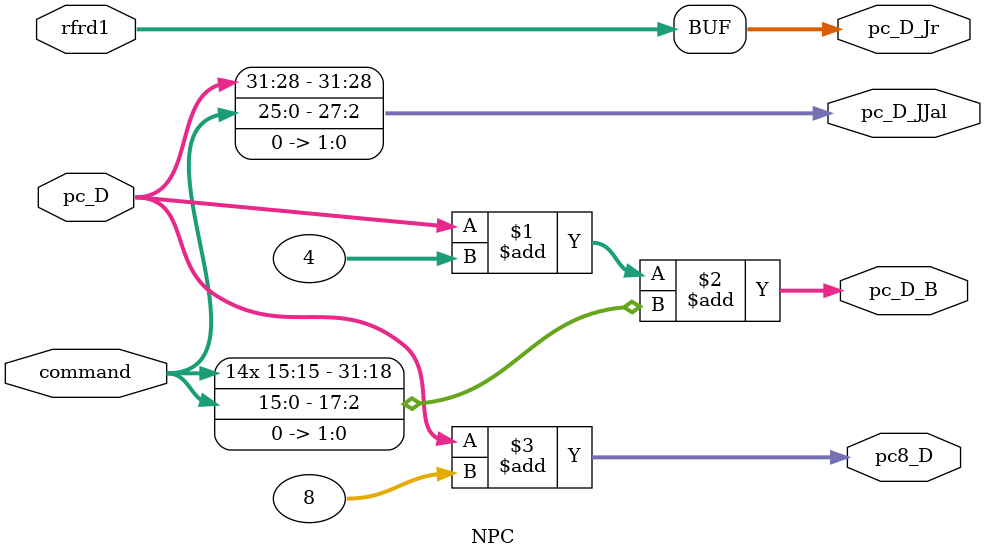
<source format=v>
module NPC (
    input  wire [31:0] pc_D,
    input  wire [31:0] command,
    input  wire [31:0] rfrd1,
    output wire [31:0] pc_D_B,
    output wire [31:0] pc_D_JJal,
    output wire [31:0] pc_D_Jr,
    output wire [31:0] pc8_D
);

    assign pc_D_B = pc_D + 4 + {{14{command[15]}},{command[15:0]},2'd0};
    assign pc_D_JJal = {pc_D[31:28],command[25:0],2'd0};
    assign pc_D_Jr = rfrd1;

    assign pc8_D = pc_D + 8;

endmodule //NPC
</source>
